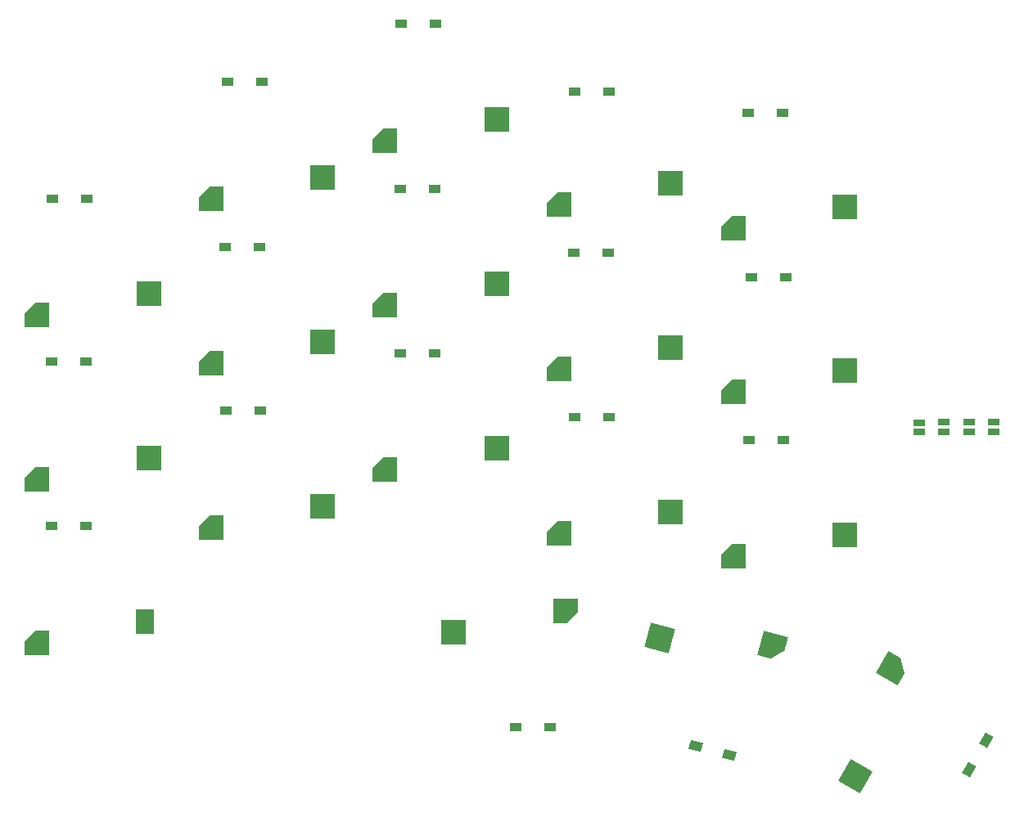
<source format=gtp>
G04 #@! TF.GenerationSoftware,KiCad,Pcbnew,(6.0.0-rc1-307-gc186d1f319)*
G04 #@! TF.CreationDate,2022-03-27T09:47:18+01:00*
G04 #@! TF.ProjectId,chocofi,63686f63-6f66-4692-9e6b-696361645f70,2.1*
G04 #@! TF.SameCoordinates,Original*
G04 #@! TF.FileFunction,Paste,Top*
G04 #@! TF.FilePolarity,Positive*
%FSLAX46Y46*%
G04 Gerber Fmt 4.6, Leading zero omitted, Abs format (unit mm)*
G04 Created by KiCad (PCBNEW (6.0.0-rc1-307-gc186d1f319)) date 2022-03-27 09:47:18*
%MOMM*%
%LPD*%
G01*
G04 APERTURE LIST*
G04 Aperture macros list*
%AMRotRect*
0 Rectangle, with rotation*
0 The origin of the aperture is its center*
0 $1 length*
0 $2 width*
0 $3 Rotation angle, in degrees counterclockwise*
0 Add horizontal line*
21,1,$1,$2,0,0,$3*%
%AMOutline5P*
0 Free polygon, 5 corners , with rotation*
0 The origin of the aperture is its center*
0 number of corners: always 5*
0 $1 to $10 corner X, Y*
0 $11 Rotation angle, in degrees counterclockwise*
0 create outline with 5 corners*
4,1,5,$1,$2,$3,$4,$5,$6,$7,$8,$9,$10,$1,$2,$11*%
%AMOutline6P*
0 Free polygon, 6 corners , with rotation*
0 The origin of the aperture is its center*
0 number of corners: always 6*
0 $1 to $12 corner X, Y*
0 $13 Rotation angle, in degrees counterclockwise*
0 create outline with 6 corners*
4,1,6,$1,$2,$3,$4,$5,$6,$7,$8,$9,$10,$11,$12,$1,$2,$13*%
%AMOutline7P*
0 Free polygon, 7 corners , with rotation*
0 The origin of the aperture is its center*
0 number of corners: always 7*
0 $1 to $14 corner X, Y*
0 $15 Rotation angle, in degrees counterclockwise*
0 create outline with 7 corners*
4,1,7,$1,$2,$3,$4,$5,$6,$7,$8,$9,$10,$11,$12,$13,$14,$1,$2,$15*%
%AMOutline8P*
0 Free polygon, 8 corners , with rotation*
0 The origin of the aperture is its center*
0 number of corners: always 8*
0 $1 to $16 corner X, Y*
0 $17 Rotation angle, in degrees counterclockwise*
0 create outline with 8 corners*
4,1,8,$1,$2,$3,$4,$5,$6,$7,$8,$9,$10,$11,$12,$13,$14,$15,$16,$1,$2,$17*%
G04 Aperture macros list end*
%ADD10R,1.300000X0.950000*%
%ADD11RotRect,1.300000X0.950000X345.000000*%
%ADD12RotRect,1.300000X0.950000X60.000000*%
%ADD13Outline5P,-1.300000X0.130000X-0.130000X1.300000X1.300000X1.300000X1.300000X-1.300000X-1.300000X-1.300000X0.000000*%
%ADD14R,2.600000X2.600000*%
%ADD15R,1.900000X2.600000*%
%ADD16Outline5P,-1.300000X0.130000X-0.130000X1.300000X1.300000X1.300000X1.300000X-1.300000X-1.300000X-1.300000X180.000000*%
%ADD17Outline5P,-1.300000X0.130000X-0.130000X1.300000X1.300000X1.300000X1.300000X-1.300000X-1.300000X-1.300000X165.000000*%
%ADD18RotRect,2.600000X2.600000X165.000000*%
%ADD19Outline5P,-1.300000X0.130000X-0.130000X1.300000X1.300000X1.300000X1.300000X-1.300000X-1.300000X-1.300000X240.000000*%
%ADD20RotRect,2.600000X2.600000X240.000000*%
%ADD21R,1.143000X0.635000*%
G04 APERTURE END LIST*
D10*
X84229400Y-64312800D03*
X87779400Y-64312800D03*
X102314200Y-52273200D03*
X105864200Y-52273200D03*
X120297400Y-46228000D03*
X123847400Y-46228000D03*
X138229800Y-53289200D03*
X141779800Y-53289200D03*
X156213000Y-55422800D03*
X159763000Y-55422800D03*
X84127800Y-81229200D03*
X87677800Y-81229200D03*
X102111000Y-69342000D03*
X105661000Y-69342000D03*
X120195800Y-63347600D03*
X123745800Y-63347600D03*
X138179000Y-69900800D03*
X141729000Y-69900800D03*
X156517800Y-72491600D03*
X160067800Y-72491600D03*
X84127800Y-98247200D03*
X87677800Y-98247200D03*
X102212600Y-86309200D03*
X105762600Y-86309200D03*
X120195800Y-80314800D03*
X123745800Y-80314800D03*
X138280600Y-86969600D03*
X141830600Y-86969600D03*
X156314600Y-89357200D03*
X159864600Y-89357200D03*
X132184600Y-119075200D03*
X135734600Y-119075200D03*
D11*
X150799764Y-121001192D03*
X154228800Y-121920000D03*
D12*
X179070666Y-123432630D03*
X180845666Y-120358240D03*
D13*
X82635000Y-76350000D03*
D14*
X94185000Y-74150000D03*
D13*
X100635000Y-64350000D03*
D14*
X112185000Y-62150000D03*
D13*
X118635000Y-58350000D03*
D14*
X130185000Y-56150000D03*
D13*
X136635000Y-64970000D03*
D14*
X148185000Y-62770000D03*
D13*
X154635000Y-67350000D03*
D14*
X166185000Y-65150000D03*
D13*
X82635000Y-93350000D03*
D14*
X94185000Y-91150000D03*
D13*
X100635000Y-81350000D03*
D14*
X112185000Y-79150000D03*
D13*
X118635000Y-75350000D03*
D14*
X130185000Y-73150000D03*
D13*
X136635000Y-81970000D03*
D14*
X148185000Y-79770000D03*
D13*
X154635000Y-84350000D03*
D14*
X166185000Y-82150000D03*
D13*
X82635000Y-110350000D03*
D15*
X93810000Y-108150000D03*
D13*
X100635000Y-98350000D03*
D14*
X112185000Y-96150000D03*
D13*
X118635000Y-92350000D03*
D14*
X130185000Y-90150000D03*
D13*
X136635000Y-98975000D03*
D14*
X148185000Y-96775000D03*
D13*
X154635000Y-101350000D03*
D14*
X166185000Y-99150000D03*
D16*
X137285000Y-107040000D03*
D14*
X125735000Y-109240000D03*
D17*
X158763380Y-110680374D03*
D18*
X147037535Y-109816051D03*
D19*
X171144649Y-112978767D03*
D20*
X167274905Y-124081360D03*
D21*
X179070000Y-87448020D03*
X179070000Y-88448780D03*
X176470000Y-87468020D03*
X176470000Y-88468780D03*
X173930000Y-87498020D03*
X173930000Y-88498780D03*
X181640000Y-87438420D03*
X181640000Y-88439180D03*
M02*

</source>
